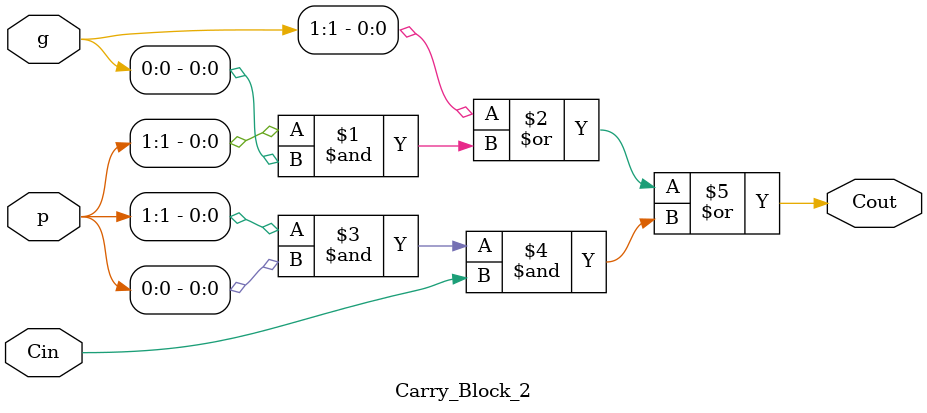
<source format=v>
`timescale 1ns / 1ps

module Carry_Block_2(
    output Cout,
    input [7:0] p,
    input [7:0] g,
    input Cin
    );
    assign Cout = g[1] | (p[1]&g[0]) | (p[1]&p[0]&Cin);
endmodule

</source>
